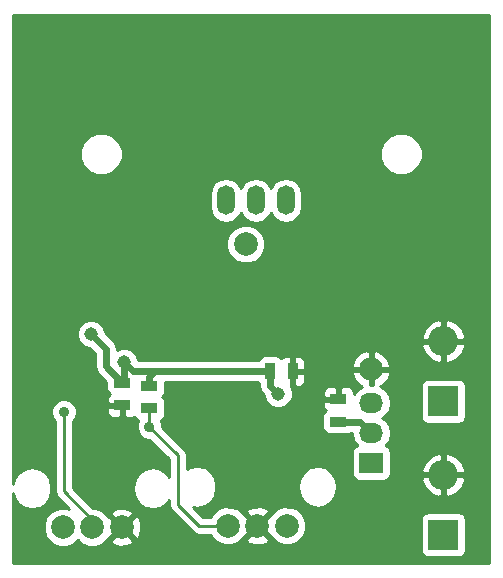
<source format=gbr>
G04 #@! TF.FileFunction,Copper,L2,Bot,Signal*
%FSLAX46Y46*%
G04 Gerber Fmt 4.6, Leading zero omitted, Abs format (unit mm)*
G04 Created by KiCad (PCBNEW 0.201502010101+5397~21~ubuntu14.04.1-product) date Tue 24 Feb 2015 10:52:37 PM EST*
%MOMM*%
G01*
G04 APERTURE LIST*
%ADD10C,0.100000*%
%ADD11R,1.397000X0.889000*%
%ADD12R,0.889000X1.397000*%
%ADD13O,1.501140X2.499360*%
%ADD14C,1.998980*%
%ADD15R,2.540000X2.540000*%
%ADD16O,2.540000X2.540000*%
%ADD17R,2.032000X1.727200*%
%ADD18O,2.032000X1.727200*%
%ADD19C,2.000000*%
%ADD20C,1.143000*%
%ADD21C,0.889000*%
%ADD22C,0.609600*%
%ADD23C,0.254000*%
G04 APERTURE END LIST*
D10*
D11*
X116078000Y-67627500D03*
X116078000Y-69532500D03*
X134366000Y-70929500D03*
X134366000Y-69024500D03*
D12*
X128587500Y-66675000D03*
X130492500Y-66675000D03*
D13*
X127381000Y-52197000D03*
X124841000Y-52197000D03*
X129921000Y-52197000D03*
D11*
X118364000Y-67881500D03*
X118364000Y-69786500D03*
D14*
X126522699Y-55910699D03*
X137129301Y-66517301D03*
D15*
X143256000Y-80518000D03*
D16*
X143256000Y-75438000D03*
D15*
X143256000Y-69215000D03*
D16*
X143256000Y-64135000D03*
D17*
X137160000Y-74422000D03*
D18*
X137160000Y-71882000D03*
X137160000Y-69342000D03*
D19*
X116038000Y-79883000D03*
X113538000Y-79883000D03*
X111038000Y-79883000D03*
X130008000Y-79756000D03*
X127508000Y-79756000D03*
X125008000Y-79756000D03*
D20*
X129286000Y-68580000D03*
X113411000Y-63500000D03*
X116205000Y-65913000D03*
X129286000Y-70485000D03*
X116205000Y-71247000D03*
X111506000Y-66040000D03*
X123571000Y-74295000D03*
D21*
X111125000Y-70104000D03*
X118364000Y-71374000D03*
D22*
X118364000Y-67881500D02*
X118364000Y-67183000D01*
X118364000Y-67183000D02*
X118872000Y-66675000D01*
X128587500Y-66675000D02*
X118872000Y-66675000D01*
X118872000Y-66675000D02*
X116967000Y-66675000D01*
X116967000Y-66675000D02*
X116205000Y-65913000D01*
X128587500Y-67881500D02*
X128587500Y-66675000D01*
X129286000Y-68580000D02*
X128587500Y-67881500D01*
X116078000Y-67627500D02*
X114681000Y-66230500D01*
X113411000Y-63500000D02*
X114681000Y-64770000D01*
X114681000Y-64770000D02*
X114681000Y-66230500D01*
X116205000Y-67500500D02*
X116205000Y-65913000D01*
X116205000Y-67500500D02*
X116078000Y-67627500D01*
X115824000Y-79669000D02*
X116038000Y-79883000D01*
X134366000Y-70929500D02*
X136207500Y-70929500D01*
X136207500Y-70929500D02*
X137160000Y-71882000D01*
D23*
X111125000Y-76835000D02*
X113538000Y-79248000D01*
X111125000Y-70104000D02*
X111125000Y-76835000D01*
X113538000Y-79248000D02*
X113538000Y-79883000D01*
X120777000Y-74930000D02*
X120777000Y-77978000D01*
X122555000Y-79756000D02*
X125008000Y-79756000D01*
X120777000Y-77978000D02*
X122555000Y-79756000D01*
X118364000Y-69786500D02*
X118364000Y-71374000D01*
X120777000Y-73787000D02*
X120777000Y-74930000D01*
X120777000Y-74930000D02*
X120777000Y-75057000D01*
X118364000Y-71374000D02*
X120777000Y-73787000D01*
G36*
X147143000Y-82881000D02*
X145173440Y-82881000D01*
X145173440Y-81788000D01*
X145173440Y-79248000D01*
X145173440Y-70485000D01*
X145173440Y-67945000D01*
X145126463Y-67702877D01*
X145113500Y-67683143D01*
X145113500Y-64557782D01*
X145113500Y-63712218D01*
X144810315Y-63033566D01*
X144270499Y-62522597D01*
X143678781Y-62277507D01*
X143383000Y-62393374D01*
X143383000Y-64008000D01*
X144998019Y-64008000D01*
X145113500Y-63712218D01*
X145113500Y-64557782D01*
X144998019Y-64262000D01*
X143383000Y-64262000D01*
X143383000Y-65876626D01*
X143678781Y-65992493D01*
X144270499Y-65747403D01*
X144810315Y-65236434D01*
X145113500Y-64557782D01*
X145113500Y-67683143D01*
X144986673Y-67490073D01*
X144775640Y-67347623D01*
X144526000Y-67297560D01*
X143129000Y-67297560D01*
X143129000Y-65876626D01*
X143129000Y-64262000D01*
X143129000Y-64008000D01*
X143129000Y-62393374D01*
X142833219Y-62277507D01*
X142241501Y-62522597D01*
X141701685Y-63033566D01*
X141491010Y-63505142D01*
X141491010Y-47905370D01*
X141218967Y-47246975D01*
X140715675Y-46742804D01*
X140057755Y-46469611D01*
X139345370Y-46468990D01*
X138686975Y-46741033D01*
X138182804Y-47244325D01*
X137909611Y-47902245D01*
X137908990Y-48614630D01*
X138181033Y-49273025D01*
X138684325Y-49777196D01*
X139342245Y-50050389D01*
X140054630Y-50051010D01*
X140713025Y-49778967D01*
X141217196Y-49275675D01*
X141490389Y-48617755D01*
X141491010Y-47905370D01*
X141491010Y-63505142D01*
X141398500Y-63712218D01*
X141513981Y-64008000D01*
X143129000Y-64008000D01*
X143129000Y-64262000D01*
X141513981Y-64262000D01*
X141398500Y-64557782D01*
X141701685Y-65236434D01*
X142241501Y-65747403D01*
X142833219Y-65992493D01*
X143129000Y-65876626D01*
X143129000Y-67297560D01*
X141986000Y-67297560D01*
X141743877Y-67344537D01*
X141531073Y-67484327D01*
X141388623Y-67695360D01*
X141338560Y-67945000D01*
X141338560Y-70485000D01*
X141385537Y-70727123D01*
X141525327Y-70939927D01*
X141736360Y-71082377D01*
X141986000Y-71132440D01*
X144526000Y-71132440D01*
X144768123Y-71085463D01*
X144980927Y-70945673D01*
X145123377Y-70734640D01*
X145173440Y-70485000D01*
X145173440Y-79248000D01*
X145126463Y-79005877D01*
X145113500Y-78986143D01*
X145113500Y-75860782D01*
X145113500Y-75015218D01*
X144810315Y-74336566D01*
X144270499Y-73825597D01*
X143678781Y-73580507D01*
X143383000Y-73696374D01*
X143383000Y-75311000D01*
X144998019Y-75311000D01*
X145113500Y-75015218D01*
X145113500Y-75860782D01*
X144998019Y-75565000D01*
X143383000Y-75565000D01*
X143383000Y-77179626D01*
X143678781Y-77295493D01*
X144270499Y-77050403D01*
X144810315Y-76539434D01*
X145113500Y-75860782D01*
X145113500Y-78986143D01*
X144986673Y-78793073D01*
X144775640Y-78650623D01*
X144526000Y-78600560D01*
X143129000Y-78600560D01*
X143129000Y-77179626D01*
X143129000Y-75565000D01*
X143129000Y-75311000D01*
X143129000Y-73696374D01*
X142833219Y-73580507D01*
X142241501Y-73825597D01*
X141701685Y-74336566D01*
X141398500Y-75015218D01*
X141513981Y-75311000D01*
X143129000Y-75311000D01*
X143129000Y-75565000D01*
X141513981Y-75565000D01*
X141398500Y-75860782D01*
X141701685Y-76539434D01*
X142241501Y-77050403D01*
X142833219Y-77295493D01*
X143129000Y-77179626D01*
X143129000Y-78600560D01*
X141986000Y-78600560D01*
X141743877Y-78647537D01*
X141531073Y-78787327D01*
X141388623Y-78998360D01*
X141338560Y-79248000D01*
X141338560Y-81788000D01*
X141385537Y-82030123D01*
X141525327Y-82242927D01*
X141736360Y-82385377D01*
X141986000Y-82435440D01*
X144526000Y-82435440D01*
X144768123Y-82388463D01*
X144980927Y-82248673D01*
X145123377Y-82037640D01*
X145173440Y-81788000D01*
X145173440Y-82881000D01*
X138843345Y-82881000D01*
X138843345Y-71882000D01*
X138729271Y-71308511D01*
X138404415Y-70822330D01*
X138089634Y-70612000D01*
X138404415Y-70401670D01*
X138729271Y-69915489D01*
X138843345Y-69342000D01*
X138729271Y-68768511D01*
X138404415Y-68282330D01*
X137918234Y-67957474D01*
X137912498Y-67956333D01*
X138105804Y-67867747D01*
X138548265Y-67391259D01*
X138750642Y-66902679D01*
X138750642Y-66131923D01*
X138479747Y-65540798D01*
X138003259Y-65098337D01*
X137514679Y-64895960D01*
X137256301Y-65014897D01*
X137256301Y-66390301D01*
X138631705Y-66390301D01*
X138750642Y-66131923D01*
X138750642Y-66902679D01*
X138631705Y-66644301D01*
X137256301Y-66644301D01*
X137256301Y-67843400D01*
X137002301Y-67843400D01*
X137002301Y-66644301D01*
X137002301Y-66390301D01*
X137002301Y-65014897D01*
X136743923Y-64895960D01*
X136152798Y-65166855D01*
X135710337Y-65643343D01*
X135507960Y-66131923D01*
X135626897Y-66390301D01*
X137002301Y-66390301D01*
X137002301Y-66644301D01*
X135626897Y-66644301D01*
X135507960Y-66902679D01*
X135778855Y-67493804D01*
X136255343Y-67936265D01*
X136365326Y-67981821D01*
X135915585Y-68282330D01*
X135699500Y-68605723D01*
X135699500Y-68453691D01*
X135602827Y-68220302D01*
X135424199Y-68041673D01*
X135190810Y-67945000D01*
X134938191Y-67945000D01*
X134651750Y-67945000D01*
X134493000Y-68103750D01*
X134493000Y-68897500D01*
X134513000Y-68897500D01*
X134513000Y-69151500D01*
X134493000Y-69151500D01*
X134493000Y-69171500D01*
X134239000Y-69171500D01*
X134239000Y-69151500D01*
X134239000Y-68897500D01*
X134239000Y-68103750D01*
X134080250Y-67945000D01*
X133793809Y-67945000D01*
X133541190Y-67945000D01*
X133307801Y-68041673D01*
X133129173Y-68220302D01*
X133032500Y-68453691D01*
X133032500Y-68738750D01*
X133191250Y-68897500D01*
X134239000Y-68897500D01*
X134239000Y-69151500D01*
X133191250Y-69151500D01*
X133032500Y-69310250D01*
X133032500Y-69595309D01*
X133129173Y-69828698D01*
X133280306Y-69979832D01*
X133212573Y-70024327D01*
X133070123Y-70235360D01*
X133020060Y-70485000D01*
X133020060Y-71374000D01*
X133067037Y-71616123D01*
X133206827Y-71828927D01*
X133417860Y-71971377D01*
X133667500Y-72021440D01*
X135064500Y-72021440D01*
X135306623Y-71974463D01*
X135466713Y-71869300D01*
X135479181Y-71869300D01*
X135476655Y-71882000D01*
X135590729Y-72455489D01*
X135915585Y-72941670D01*
X135931367Y-72952215D01*
X135901877Y-72957937D01*
X135689073Y-73097727D01*
X135546623Y-73308760D01*
X135496560Y-73558400D01*
X135496560Y-75285600D01*
X135543537Y-75527723D01*
X135683327Y-75740527D01*
X135894360Y-75882977D01*
X136144000Y-75933040D01*
X138176000Y-75933040D01*
X138418123Y-75886063D01*
X138630927Y-75746273D01*
X138773377Y-75535240D01*
X138823440Y-75285600D01*
X138823440Y-73558400D01*
X138776463Y-73316277D01*
X138636673Y-73103473D01*
X138425640Y-72961023D01*
X138387037Y-72953281D01*
X138404415Y-72941670D01*
X138729271Y-72455489D01*
X138843345Y-71882000D01*
X138843345Y-82881000D01*
X134243000Y-82881000D01*
X134243000Y-76589991D01*
X134243000Y-76322009D01*
X134118543Y-75696322D01*
X133764120Y-75165889D01*
X133233687Y-74811466D01*
X132608000Y-74687009D01*
X131982313Y-74811466D01*
X131572000Y-75085627D01*
X131572000Y-67499810D01*
X131572000Y-67247191D01*
X131572000Y-66960750D01*
X131572000Y-66389250D01*
X131572000Y-66102809D01*
X131572000Y-65850190D01*
X131475327Y-65616801D01*
X131306570Y-65448044D01*
X131306570Y-52733033D01*
X131306570Y-51660967D01*
X131201100Y-51130732D01*
X130900746Y-50681221D01*
X130451235Y-50380867D01*
X129921000Y-50275397D01*
X129390765Y-50380867D01*
X128941254Y-50681221D01*
X128651000Y-51115616D01*
X128360746Y-50681221D01*
X127911235Y-50380867D01*
X127381000Y-50275397D01*
X126850765Y-50380867D01*
X126401254Y-50681221D01*
X126111000Y-51115616D01*
X125820746Y-50681221D01*
X125371235Y-50380867D01*
X124841000Y-50275397D01*
X124310765Y-50380867D01*
X123861254Y-50681221D01*
X123560900Y-51130732D01*
X123455430Y-51660967D01*
X123455430Y-52733033D01*
X123560900Y-53263268D01*
X123861254Y-53712779D01*
X124310765Y-54013133D01*
X124841000Y-54118603D01*
X125371235Y-54013133D01*
X125820746Y-53712779D01*
X126111000Y-53278383D01*
X126401254Y-53712779D01*
X126850765Y-54013133D01*
X127381000Y-54118603D01*
X127911235Y-54013133D01*
X128360746Y-53712779D01*
X128651000Y-53278383D01*
X128941254Y-53712779D01*
X129390765Y-54013133D01*
X129921000Y-54118603D01*
X130451235Y-54013133D01*
X130900746Y-53712779D01*
X131201100Y-53263268D01*
X131306570Y-52733033D01*
X131306570Y-65448044D01*
X131296698Y-65438173D01*
X131063309Y-65341500D01*
X130778250Y-65341500D01*
X130619500Y-65500250D01*
X130619500Y-66548000D01*
X131413250Y-66548000D01*
X131572000Y-66389250D01*
X131572000Y-66960750D01*
X131413250Y-66802000D01*
X130619500Y-66802000D01*
X130619500Y-67849750D01*
X130778250Y-68008500D01*
X131063309Y-68008500D01*
X131296698Y-67911827D01*
X131475327Y-67733199D01*
X131572000Y-67499810D01*
X131572000Y-75085627D01*
X131451880Y-75165889D01*
X131097457Y-75696322D01*
X130973000Y-76322009D01*
X130973000Y-76589991D01*
X131097457Y-77215678D01*
X131451880Y-77746111D01*
X131982313Y-78100534D01*
X132608000Y-78224991D01*
X133233687Y-78100534D01*
X133764120Y-77746111D01*
X134118543Y-77215678D01*
X134243000Y-76589991D01*
X134243000Y-82881000D01*
X131643284Y-82881000D01*
X131643284Y-79432205D01*
X131394894Y-78831057D01*
X130935363Y-78370722D01*
X130492709Y-78186916D01*
X130492709Y-68341065D01*
X130311864Y-67903385D01*
X130365500Y-67849750D01*
X130365500Y-66802000D01*
X130345500Y-66802000D01*
X130345500Y-66548000D01*
X130365500Y-66548000D01*
X130365500Y-65500250D01*
X130206750Y-65341500D01*
X129921691Y-65341500D01*
X129688302Y-65438173D01*
X129537167Y-65589306D01*
X129492673Y-65521573D01*
X129281640Y-65379123D01*
X129032000Y-65329060D01*
X128157473Y-65329060D01*
X128157473Y-55587005D01*
X127909161Y-54986044D01*
X127449772Y-54525853D01*
X126849246Y-54276493D01*
X126199005Y-54275925D01*
X125598044Y-54524237D01*
X125137853Y-54983626D01*
X124888493Y-55584152D01*
X124887925Y-56234393D01*
X125136237Y-56835354D01*
X125595626Y-57295545D01*
X126196152Y-57544905D01*
X126846393Y-57545473D01*
X127447354Y-57297161D01*
X127907545Y-56837772D01*
X128156905Y-56237246D01*
X128157473Y-55587005D01*
X128157473Y-65329060D01*
X128143000Y-65329060D01*
X127900877Y-65376037D01*
X127688073Y-65515827D01*
X127545623Y-65726860D01*
X127543950Y-65735200D01*
X118872000Y-65735200D01*
X117411655Y-65735200D01*
X117411709Y-65674065D01*
X117228418Y-65230465D01*
X116889320Y-64890775D01*
X116446041Y-64706710D01*
X116091010Y-64706400D01*
X116091010Y-47905370D01*
X115818967Y-47246975D01*
X115315675Y-46742804D01*
X114657755Y-46469611D01*
X113945370Y-46468990D01*
X113286975Y-46741033D01*
X112782804Y-47244325D01*
X112509611Y-47902245D01*
X112508990Y-48614630D01*
X112781033Y-49273025D01*
X113284325Y-49777196D01*
X113942245Y-50050389D01*
X114654630Y-50051010D01*
X115313025Y-49778967D01*
X115817196Y-49275675D01*
X116090389Y-48617755D01*
X116091010Y-47905370D01*
X116091010Y-64706400D01*
X115966065Y-64706291D01*
X115620800Y-64848950D01*
X115620800Y-64770000D01*
X115549262Y-64410354D01*
X115345539Y-64105461D01*
X114617607Y-63377529D01*
X114617709Y-63261065D01*
X114434418Y-62817465D01*
X114095320Y-62477775D01*
X113652041Y-62293710D01*
X113172065Y-62293291D01*
X112728465Y-62476582D01*
X112388775Y-62815680D01*
X112204710Y-63258959D01*
X112204291Y-63738935D01*
X112387582Y-64182535D01*
X112726680Y-64522225D01*
X113169959Y-64706290D01*
X113288315Y-64706393D01*
X113741200Y-65159278D01*
X113741200Y-66230500D01*
X113812738Y-66590146D01*
X114016461Y-66895039D01*
X114732060Y-67610638D01*
X114732060Y-68072000D01*
X114779037Y-68314123D01*
X114918827Y-68526927D01*
X114992689Y-68576784D01*
X114841173Y-68728302D01*
X114744500Y-68961691D01*
X114744500Y-69246750D01*
X114903250Y-69405500D01*
X115951000Y-69405500D01*
X115951000Y-69385500D01*
X116205000Y-69385500D01*
X116205000Y-69405500D01*
X116225000Y-69405500D01*
X116225000Y-69659500D01*
X116205000Y-69659500D01*
X116205000Y-70453250D01*
X116363750Y-70612000D01*
X116650191Y-70612000D01*
X116902810Y-70612000D01*
X117102051Y-70529471D01*
X117204827Y-70685927D01*
X117415860Y-70828377D01*
X117421248Y-70829457D01*
X117284687Y-71158332D01*
X117284313Y-71587784D01*
X117448311Y-71984689D01*
X117751714Y-72288622D01*
X118148332Y-72453313D01*
X118365872Y-72453502D01*
X120015000Y-74102630D01*
X120015000Y-74930000D01*
X120015000Y-75057000D01*
X120015000Y-75623460D01*
X119794120Y-75292889D01*
X119263687Y-74938466D01*
X118638000Y-74814009D01*
X118012313Y-74938466D01*
X117481880Y-75292889D01*
X117127457Y-75823322D01*
X117003000Y-76449009D01*
X117003000Y-76716991D01*
X117127457Y-77342678D01*
X117481880Y-77873111D01*
X118012313Y-78227534D01*
X118638000Y-78351991D01*
X119263687Y-78227534D01*
X119794120Y-77873111D01*
X120015000Y-77542539D01*
X120015000Y-77978000D01*
X120073004Y-78269605D01*
X120238185Y-78516815D01*
X122016185Y-80294816D01*
X122164376Y-80393834D01*
X122263395Y-80459996D01*
X122263396Y-80459996D01*
X122555000Y-80518000D01*
X123553779Y-80518000D01*
X123621106Y-80680943D01*
X124080637Y-81141278D01*
X124681352Y-81390716D01*
X125331795Y-81391284D01*
X125932943Y-81142894D01*
X126349751Y-80726813D01*
X126355468Y-80728927D01*
X127328395Y-79756000D01*
X126355468Y-78783073D01*
X126349278Y-78785361D01*
X125935363Y-78370722D01*
X125334648Y-78121284D01*
X124684205Y-78120716D01*
X124083057Y-78369106D01*
X123622722Y-78828637D01*
X123554057Y-78994000D01*
X122870630Y-78994000D01*
X122025546Y-78148916D01*
X122408000Y-78224991D01*
X123033687Y-78100534D01*
X123564120Y-77746111D01*
X123918543Y-77215678D01*
X124043000Y-76589991D01*
X124043000Y-76322009D01*
X123918543Y-75696322D01*
X123564120Y-75165889D01*
X123033687Y-74811466D01*
X122408000Y-74687009D01*
X121782313Y-74811466D01*
X121539000Y-74974042D01*
X121539000Y-74930000D01*
X121539000Y-73787000D01*
X121480996Y-73495395D01*
X121315815Y-73248185D01*
X121315815Y-73248184D01*
X119443499Y-71375868D01*
X119443687Y-71160216D01*
X119307160Y-70829796D01*
X119517427Y-70691673D01*
X119659877Y-70480640D01*
X119709940Y-70231000D01*
X119709940Y-69342000D01*
X119662963Y-69099877D01*
X119523173Y-68887073D01*
X119444958Y-68834277D01*
X119517427Y-68786673D01*
X119659877Y-68575640D01*
X119709940Y-68326000D01*
X119709940Y-67614800D01*
X127542377Y-67614800D01*
X127542537Y-67615623D01*
X127647700Y-67775713D01*
X127647700Y-67881500D01*
X127719238Y-68241146D01*
X127922961Y-68546039D01*
X128079392Y-68702470D01*
X128079291Y-68818935D01*
X128262582Y-69262535D01*
X128601680Y-69602225D01*
X129044959Y-69786290D01*
X129524935Y-69786709D01*
X129968535Y-69603418D01*
X130308225Y-69264320D01*
X130492290Y-68821041D01*
X130492709Y-68341065D01*
X130492709Y-78186916D01*
X130334648Y-78121284D01*
X129684205Y-78120716D01*
X129083057Y-78369106D01*
X128666248Y-78785186D01*
X128660532Y-78783073D01*
X128480927Y-78962678D01*
X128480927Y-78603468D01*
X128382264Y-78336613D01*
X127772539Y-78110092D01*
X127122540Y-78134144D01*
X126633736Y-78336613D01*
X126535073Y-78603468D01*
X127508000Y-79576395D01*
X128480927Y-78603468D01*
X128480927Y-78962678D01*
X127687605Y-79756000D01*
X128660532Y-80728927D01*
X128666721Y-80726638D01*
X129080637Y-81141278D01*
X129681352Y-81390716D01*
X130331795Y-81391284D01*
X130932943Y-81142894D01*
X131393278Y-80683363D01*
X131642716Y-80082648D01*
X131643284Y-79432205D01*
X131643284Y-82881000D01*
X128480927Y-82881000D01*
X128480927Y-80908532D01*
X127508000Y-79935605D01*
X126535073Y-80908532D01*
X126633736Y-81175387D01*
X127243461Y-81401908D01*
X127893460Y-81377856D01*
X128382264Y-81175387D01*
X128480927Y-80908532D01*
X128480927Y-82881000D01*
X117683908Y-82881000D01*
X117683908Y-80147539D01*
X117659856Y-79497540D01*
X117457387Y-79008736D01*
X117190532Y-78910073D01*
X117010927Y-79089678D01*
X117010927Y-78730468D01*
X116912264Y-78463613D01*
X116302539Y-78237092D01*
X115951000Y-78250100D01*
X115951000Y-70453250D01*
X115951000Y-69659500D01*
X114903250Y-69659500D01*
X114744500Y-69818250D01*
X114744500Y-70103309D01*
X114841173Y-70336698D01*
X115019801Y-70515327D01*
X115253190Y-70612000D01*
X115505809Y-70612000D01*
X115792250Y-70612000D01*
X115951000Y-70453250D01*
X115951000Y-78250100D01*
X115652540Y-78261144D01*
X115163736Y-78463613D01*
X115065073Y-78730468D01*
X116038000Y-79703395D01*
X117010927Y-78730468D01*
X117010927Y-79089678D01*
X116217605Y-79883000D01*
X117190532Y-80855927D01*
X117457387Y-80757264D01*
X117683908Y-80147539D01*
X117683908Y-82881000D01*
X117010927Y-82881000D01*
X117010927Y-81035532D01*
X116038000Y-80062605D01*
X115858395Y-80242210D01*
X115858395Y-79883000D01*
X114885468Y-78910073D01*
X114879278Y-78912361D01*
X114465363Y-78497722D01*
X113864648Y-78248284D01*
X113615697Y-78248066D01*
X111887000Y-76519369D01*
X111887000Y-70868641D01*
X112039622Y-70716286D01*
X112204313Y-70319668D01*
X112204687Y-69890216D01*
X112040689Y-69493311D01*
X111737286Y-69189378D01*
X111340668Y-69024687D01*
X110911216Y-69024313D01*
X110514311Y-69188311D01*
X110210378Y-69491714D01*
X110045687Y-69888332D01*
X110045313Y-70317784D01*
X110209311Y-70714689D01*
X110363000Y-70868646D01*
X110363000Y-76835000D01*
X110421004Y-77126605D01*
X110586185Y-77373815D01*
X111528826Y-78316456D01*
X111364648Y-78248284D01*
X110714205Y-78247716D01*
X110113057Y-78496106D01*
X109652722Y-78955637D01*
X109403284Y-79556352D01*
X109402716Y-80206795D01*
X109651106Y-80807943D01*
X110110637Y-81268278D01*
X110711352Y-81517716D01*
X111361795Y-81518284D01*
X111962943Y-81269894D01*
X112288164Y-80945240D01*
X112610637Y-81268278D01*
X113211352Y-81517716D01*
X113861795Y-81518284D01*
X114462943Y-81269894D01*
X114879751Y-80853813D01*
X114885468Y-80855927D01*
X115858395Y-79883000D01*
X115858395Y-80242210D01*
X115065073Y-81035532D01*
X115163736Y-81302387D01*
X115773461Y-81528908D01*
X116423460Y-81504856D01*
X116912264Y-81302387D01*
X117010927Y-81035532D01*
X117010927Y-82881000D01*
X106857000Y-82881000D01*
X106857000Y-76988467D01*
X106927457Y-77342678D01*
X107281880Y-77873111D01*
X107812313Y-78227534D01*
X108438000Y-78351991D01*
X109063687Y-78227534D01*
X109594120Y-77873111D01*
X109948543Y-77342678D01*
X110073000Y-76716991D01*
X110073000Y-76449009D01*
X109948543Y-75823322D01*
X109594120Y-75292889D01*
X109063687Y-74938466D01*
X108438000Y-74814009D01*
X107812313Y-74938466D01*
X107281880Y-75292889D01*
X106927457Y-75823322D01*
X106857000Y-76177532D01*
X106857000Y-36499000D01*
X147143000Y-36499000D01*
X147143000Y-82881000D01*
X147143000Y-82881000D01*
G37*
X147143000Y-82881000D02*
X145173440Y-82881000D01*
X145173440Y-81788000D01*
X145173440Y-79248000D01*
X145173440Y-70485000D01*
X145173440Y-67945000D01*
X145126463Y-67702877D01*
X145113500Y-67683143D01*
X145113500Y-64557782D01*
X145113500Y-63712218D01*
X144810315Y-63033566D01*
X144270499Y-62522597D01*
X143678781Y-62277507D01*
X143383000Y-62393374D01*
X143383000Y-64008000D01*
X144998019Y-64008000D01*
X145113500Y-63712218D01*
X145113500Y-64557782D01*
X144998019Y-64262000D01*
X143383000Y-64262000D01*
X143383000Y-65876626D01*
X143678781Y-65992493D01*
X144270499Y-65747403D01*
X144810315Y-65236434D01*
X145113500Y-64557782D01*
X145113500Y-67683143D01*
X144986673Y-67490073D01*
X144775640Y-67347623D01*
X144526000Y-67297560D01*
X143129000Y-67297560D01*
X143129000Y-65876626D01*
X143129000Y-64262000D01*
X143129000Y-64008000D01*
X143129000Y-62393374D01*
X142833219Y-62277507D01*
X142241501Y-62522597D01*
X141701685Y-63033566D01*
X141491010Y-63505142D01*
X141491010Y-47905370D01*
X141218967Y-47246975D01*
X140715675Y-46742804D01*
X140057755Y-46469611D01*
X139345370Y-46468990D01*
X138686975Y-46741033D01*
X138182804Y-47244325D01*
X137909611Y-47902245D01*
X137908990Y-48614630D01*
X138181033Y-49273025D01*
X138684325Y-49777196D01*
X139342245Y-50050389D01*
X140054630Y-50051010D01*
X140713025Y-49778967D01*
X141217196Y-49275675D01*
X141490389Y-48617755D01*
X141491010Y-47905370D01*
X141491010Y-63505142D01*
X141398500Y-63712218D01*
X141513981Y-64008000D01*
X143129000Y-64008000D01*
X143129000Y-64262000D01*
X141513981Y-64262000D01*
X141398500Y-64557782D01*
X141701685Y-65236434D01*
X142241501Y-65747403D01*
X142833219Y-65992493D01*
X143129000Y-65876626D01*
X143129000Y-67297560D01*
X141986000Y-67297560D01*
X141743877Y-67344537D01*
X141531073Y-67484327D01*
X141388623Y-67695360D01*
X141338560Y-67945000D01*
X141338560Y-70485000D01*
X141385537Y-70727123D01*
X141525327Y-70939927D01*
X141736360Y-71082377D01*
X141986000Y-71132440D01*
X144526000Y-71132440D01*
X144768123Y-71085463D01*
X144980927Y-70945673D01*
X145123377Y-70734640D01*
X145173440Y-70485000D01*
X145173440Y-79248000D01*
X145126463Y-79005877D01*
X145113500Y-78986143D01*
X145113500Y-75860782D01*
X145113500Y-75015218D01*
X144810315Y-74336566D01*
X144270499Y-73825597D01*
X143678781Y-73580507D01*
X143383000Y-73696374D01*
X143383000Y-75311000D01*
X144998019Y-75311000D01*
X145113500Y-75015218D01*
X145113500Y-75860782D01*
X144998019Y-75565000D01*
X143383000Y-75565000D01*
X143383000Y-77179626D01*
X143678781Y-77295493D01*
X144270499Y-77050403D01*
X144810315Y-76539434D01*
X145113500Y-75860782D01*
X145113500Y-78986143D01*
X144986673Y-78793073D01*
X144775640Y-78650623D01*
X144526000Y-78600560D01*
X143129000Y-78600560D01*
X143129000Y-77179626D01*
X143129000Y-75565000D01*
X143129000Y-75311000D01*
X143129000Y-73696374D01*
X142833219Y-73580507D01*
X142241501Y-73825597D01*
X141701685Y-74336566D01*
X141398500Y-75015218D01*
X141513981Y-75311000D01*
X143129000Y-75311000D01*
X143129000Y-75565000D01*
X141513981Y-75565000D01*
X141398500Y-75860782D01*
X141701685Y-76539434D01*
X142241501Y-77050403D01*
X142833219Y-77295493D01*
X143129000Y-77179626D01*
X143129000Y-78600560D01*
X141986000Y-78600560D01*
X141743877Y-78647537D01*
X141531073Y-78787327D01*
X141388623Y-78998360D01*
X141338560Y-79248000D01*
X141338560Y-81788000D01*
X141385537Y-82030123D01*
X141525327Y-82242927D01*
X141736360Y-82385377D01*
X141986000Y-82435440D01*
X144526000Y-82435440D01*
X144768123Y-82388463D01*
X144980927Y-82248673D01*
X145123377Y-82037640D01*
X145173440Y-81788000D01*
X145173440Y-82881000D01*
X138843345Y-82881000D01*
X138843345Y-71882000D01*
X138729271Y-71308511D01*
X138404415Y-70822330D01*
X138089634Y-70612000D01*
X138404415Y-70401670D01*
X138729271Y-69915489D01*
X138843345Y-69342000D01*
X138729271Y-68768511D01*
X138404415Y-68282330D01*
X137918234Y-67957474D01*
X137912498Y-67956333D01*
X138105804Y-67867747D01*
X138548265Y-67391259D01*
X138750642Y-66902679D01*
X138750642Y-66131923D01*
X138479747Y-65540798D01*
X138003259Y-65098337D01*
X137514679Y-64895960D01*
X137256301Y-65014897D01*
X137256301Y-66390301D01*
X138631705Y-66390301D01*
X138750642Y-66131923D01*
X138750642Y-66902679D01*
X138631705Y-66644301D01*
X137256301Y-66644301D01*
X137256301Y-67843400D01*
X137002301Y-67843400D01*
X137002301Y-66644301D01*
X137002301Y-66390301D01*
X137002301Y-65014897D01*
X136743923Y-64895960D01*
X136152798Y-65166855D01*
X135710337Y-65643343D01*
X135507960Y-66131923D01*
X135626897Y-66390301D01*
X137002301Y-66390301D01*
X137002301Y-66644301D01*
X135626897Y-66644301D01*
X135507960Y-66902679D01*
X135778855Y-67493804D01*
X136255343Y-67936265D01*
X136365326Y-67981821D01*
X135915585Y-68282330D01*
X135699500Y-68605723D01*
X135699500Y-68453691D01*
X135602827Y-68220302D01*
X135424199Y-68041673D01*
X135190810Y-67945000D01*
X134938191Y-67945000D01*
X134651750Y-67945000D01*
X134493000Y-68103750D01*
X134493000Y-68897500D01*
X134513000Y-68897500D01*
X134513000Y-69151500D01*
X134493000Y-69151500D01*
X134493000Y-69171500D01*
X134239000Y-69171500D01*
X134239000Y-69151500D01*
X134239000Y-68897500D01*
X134239000Y-68103750D01*
X134080250Y-67945000D01*
X133793809Y-67945000D01*
X133541190Y-67945000D01*
X133307801Y-68041673D01*
X133129173Y-68220302D01*
X133032500Y-68453691D01*
X133032500Y-68738750D01*
X133191250Y-68897500D01*
X134239000Y-68897500D01*
X134239000Y-69151500D01*
X133191250Y-69151500D01*
X133032500Y-69310250D01*
X133032500Y-69595309D01*
X133129173Y-69828698D01*
X133280306Y-69979832D01*
X133212573Y-70024327D01*
X133070123Y-70235360D01*
X133020060Y-70485000D01*
X133020060Y-71374000D01*
X133067037Y-71616123D01*
X133206827Y-71828927D01*
X133417860Y-71971377D01*
X133667500Y-72021440D01*
X135064500Y-72021440D01*
X135306623Y-71974463D01*
X135466713Y-71869300D01*
X135479181Y-71869300D01*
X135476655Y-71882000D01*
X135590729Y-72455489D01*
X135915585Y-72941670D01*
X135931367Y-72952215D01*
X135901877Y-72957937D01*
X135689073Y-73097727D01*
X135546623Y-73308760D01*
X135496560Y-73558400D01*
X135496560Y-75285600D01*
X135543537Y-75527723D01*
X135683327Y-75740527D01*
X135894360Y-75882977D01*
X136144000Y-75933040D01*
X138176000Y-75933040D01*
X138418123Y-75886063D01*
X138630927Y-75746273D01*
X138773377Y-75535240D01*
X138823440Y-75285600D01*
X138823440Y-73558400D01*
X138776463Y-73316277D01*
X138636673Y-73103473D01*
X138425640Y-72961023D01*
X138387037Y-72953281D01*
X138404415Y-72941670D01*
X138729271Y-72455489D01*
X138843345Y-71882000D01*
X138843345Y-82881000D01*
X134243000Y-82881000D01*
X134243000Y-76589991D01*
X134243000Y-76322009D01*
X134118543Y-75696322D01*
X133764120Y-75165889D01*
X133233687Y-74811466D01*
X132608000Y-74687009D01*
X131982313Y-74811466D01*
X131572000Y-75085627D01*
X131572000Y-67499810D01*
X131572000Y-67247191D01*
X131572000Y-66960750D01*
X131572000Y-66389250D01*
X131572000Y-66102809D01*
X131572000Y-65850190D01*
X131475327Y-65616801D01*
X131306570Y-65448044D01*
X131306570Y-52733033D01*
X131306570Y-51660967D01*
X131201100Y-51130732D01*
X130900746Y-50681221D01*
X130451235Y-50380867D01*
X129921000Y-50275397D01*
X129390765Y-50380867D01*
X128941254Y-50681221D01*
X128651000Y-51115616D01*
X128360746Y-50681221D01*
X127911235Y-50380867D01*
X127381000Y-50275397D01*
X126850765Y-50380867D01*
X126401254Y-50681221D01*
X126111000Y-51115616D01*
X125820746Y-50681221D01*
X125371235Y-50380867D01*
X124841000Y-50275397D01*
X124310765Y-50380867D01*
X123861254Y-50681221D01*
X123560900Y-51130732D01*
X123455430Y-51660967D01*
X123455430Y-52733033D01*
X123560900Y-53263268D01*
X123861254Y-53712779D01*
X124310765Y-54013133D01*
X124841000Y-54118603D01*
X125371235Y-54013133D01*
X125820746Y-53712779D01*
X126111000Y-53278383D01*
X126401254Y-53712779D01*
X126850765Y-54013133D01*
X127381000Y-54118603D01*
X127911235Y-54013133D01*
X128360746Y-53712779D01*
X128651000Y-53278383D01*
X128941254Y-53712779D01*
X129390765Y-54013133D01*
X129921000Y-54118603D01*
X130451235Y-54013133D01*
X130900746Y-53712779D01*
X131201100Y-53263268D01*
X131306570Y-52733033D01*
X131306570Y-65448044D01*
X131296698Y-65438173D01*
X131063309Y-65341500D01*
X130778250Y-65341500D01*
X130619500Y-65500250D01*
X130619500Y-66548000D01*
X131413250Y-66548000D01*
X131572000Y-66389250D01*
X131572000Y-66960750D01*
X131413250Y-66802000D01*
X130619500Y-66802000D01*
X130619500Y-67849750D01*
X130778250Y-68008500D01*
X131063309Y-68008500D01*
X131296698Y-67911827D01*
X131475327Y-67733199D01*
X131572000Y-67499810D01*
X131572000Y-75085627D01*
X131451880Y-75165889D01*
X131097457Y-75696322D01*
X130973000Y-76322009D01*
X130973000Y-76589991D01*
X131097457Y-77215678D01*
X131451880Y-77746111D01*
X131982313Y-78100534D01*
X132608000Y-78224991D01*
X133233687Y-78100534D01*
X133764120Y-77746111D01*
X134118543Y-77215678D01*
X134243000Y-76589991D01*
X134243000Y-82881000D01*
X131643284Y-82881000D01*
X131643284Y-79432205D01*
X131394894Y-78831057D01*
X130935363Y-78370722D01*
X130492709Y-78186916D01*
X130492709Y-68341065D01*
X130311864Y-67903385D01*
X130365500Y-67849750D01*
X130365500Y-66802000D01*
X130345500Y-66802000D01*
X130345500Y-66548000D01*
X130365500Y-66548000D01*
X130365500Y-65500250D01*
X130206750Y-65341500D01*
X129921691Y-65341500D01*
X129688302Y-65438173D01*
X129537167Y-65589306D01*
X129492673Y-65521573D01*
X129281640Y-65379123D01*
X129032000Y-65329060D01*
X128157473Y-65329060D01*
X128157473Y-55587005D01*
X127909161Y-54986044D01*
X127449772Y-54525853D01*
X126849246Y-54276493D01*
X126199005Y-54275925D01*
X125598044Y-54524237D01*
X125137853Y-54983626D01*
X124888493Y-55584152D01*
X124887925Y-56234393D01*
X125136237Y-56835354D01*
X125595626Y-57295545D01*
X126196152Y-57544905D01*
X126846393Y-57545473D01*
X127447354Y-57297161D01*
X127907545Y-56837772D01*
X128156905Y-56237246D01*
X128157473Y-55587005D01*
X128157473Y-65329060D01*
X128143000Y-65329060D01*
X127900877Y-65376037D01*
X127688073Y-65515827D01*
X127545623Y-65726860D01*
X127543950Y-65735200D01*
X118872000Y-65735200D01*
X117411655Y-65735200D01*
X117411709Y-65674065D01*
X117228418Y-65230465D01*
X116889320Y-64890775D01*
X116446041Y-64706710D01*
X116091010Y-64706400D01*
X116091010Y-47905370D01*
X115818967Y-47246975D01*
X115315675Y-46742804D01*
X114657755Y-46469611D01*
X113945370Y-46468990D01*
X113286975Y-46741033D01*
X112782804Y-47244325D01*
X112509611Y-47902245D01*
X112508990Y-48614630D01*
X112781033Y-49273025D01*
X113284325Y-49777196D01*
X113942245Y-50050389D01*
X114654630Y-50051010D01*
X115313025Y-49778967D01*
X115817196Y-49275675D01*
X116090389Y-48617755D01*
X116091010Y-47905370D01*
X116091010Y-64706400D01*
X115966065Y-64706291D01*
X115620800Y-64848950D01*
X115620800Y-64770000D01*
X115549262Y-64410354D01*
X115345539Y-64105461D01*
X114617607Y-63377529D01*
X114617709Y-63261065D01*
X114434418Y-62817465D01*
X114095320Y-62477775D01*
X113652041Y-62293710D01*
X113172065Y-62293291D01*
X112728465Y-62476582D01*
X112388775Y-62815680D01*
X112204710Y-63258959D01*
X112204291Y-63738935D01*
X112387582Y-64182535D01*
X112726680Y-64522225D01*
X113169959Y-64706290D01*
X113288315Y-64706393D01*
X113741200Y-65159278D01*
X113741200Y-66230500D01*
X113812738Y-66590146D01*
X114016461Y-66895039D01*
X114732060Y-67610638D01*
X114732060Y-68072000D01*
X114779037Y-68314123D01*
X114918827Y-68526927D01*
X114992689Y-68576784D01*
X114841173Y-68728302D01*
X114744500Y-68961691D01*
X114744500Y-69246750D01*
X114903250Y-69405500D01*
X115951000Y-69405500D01*
X115951000Y-69385500D01*
X116205000Y-69385500D01*
X116205000Y-69405500D01*
X116225000Y-69405500D01*
X116225000Y-69659500D01*
X116205000Y-69659500D01*
X116205000Y-70453250D01*
X116363750Y-70612000D01*
X116650191Y-70612000D01*
X116902810Y-70612000D01*
X117102051Y-70529471D01*
X117204827Y-70685927D01*
X117415860Y-70828377D01*
X117421248Y-70829457D01*
X117284687Y-71158332D01*
X117284313Y-71587784D01*
X117448311Y-71984689D01*
X117751714Y-72288622D01*
X118148332Y-72453313D01*
X118365872Y-72453502D01*
X120015000Y-74102630D01*
X120015000Y-74930000D01*
X120015000Y-75057000D01*
X120015000Y-75623460D01*
X119794120Y-75292889D01*
X119263687Y-74938466D01*
X118638000Y-74814009D01*
X118012313Y-74938466D01*
X117481880Y-75292889D01*
X117127457Y-75823322D01*
X117003000Y-76449009D01*
X117003000Y-76716991D01*
X117127457Y-77342678D01*
X117481880Y-77873111D01*
X118012313Y-78227534D01*
X118638000Y-78351991D01*
X119263687Y-78227534D01*
X119794120Y-77873111D01*
X120015000Y-77542539D01*
X120015000Y-77978000D01*
X120073004Y-78269605D01*
X120238185Y-78516815D01*
X122016185Y-80294816D01*
X122164376Y-80393834D01*
X122263395Y-80459996D01*
X122263396Y-80459996D01*
X122555000Y-80518000D01*
X123553779Y-80518000D01*
X123621106Y-80680943D01*
X124080637Y-81141278D01*
X124681352Y-81390716D01*
X125331795Y-81391284D01*
X125932943Y-81142894D01*
X126349751Y-80726813D01*
X126355468Y-80728927D01*
X127328395Y-79756000D01*
X126355468Y-78783073D01*
X126349278Y-78785361D01*
X125935363Y-78370722D01*
X125334648Y-78121284D01*
X124684205Y-78120716D01*
X124083057Y-78369106D01*
X123622722Y-78828637D01*
X123554057Y-78994000D01*
X122870630Y-78994000D01*
X122025546Y-78148916D01*
X122408000Y-78224991D01*
X123033687Y-78100534D01*
X123564120Y-77746111D01*
X123918543Y-77215678D01*
X124043000Y-76589991D01*
X124043000Y-76322009D01*
X123918543Y-75696322D01*
X123564120Y-75165889D01*
X123033687Y-74811466D01*
X122408000Y-74687009D01*
X121782313Y-74811466D01*
X121539000Y-74974042D01*
X121539000Y-74930000D01*
X121539000Y-73787000D01*
X121480996Y-73495395D01*
X121315815Y-73248185D01*
X121315815Y-73248184D01*
X119443499Y-71375868D01*
X119443687Y-71160216D01*
X119307160Y-70829796D01*
X119517427Y-70691673D01*
X119659877Y-70480640D01*
X119709940Y-70231000D01*
X119709940Y-69342000D01*
X119662963Y-69099877D01*
X119523173Y-68887073D01*
X119444958Y-68834277D01*
X119517427Y-68786673D01*
X119659877Y-68575640D01*
X119709940Y-68326000D01*
X119709940Y-67614800D01*
X127542377Y-67614800D01*
X127542537Y-67615623D01*
X127647700Y-67775713D01*
X127647700Y-67881500D01*
X127719238Y-68241146D01*
X127922961Y-68546039D01*
X128079392Y-68702470D01*
X128079291Y-68818935D01*
X128262582Y-69262535D01*
X128601680Y-69602225D01*
X129044959Y-69786290D01*
X129524935Y-69786709D01*
X129968535Y-69603418D01*
X130308225Y-69264320D01*
X130492290Y-68821041D01*
X130492709Y-68341065D01*
X130492709Y-78186916D01*
X130334648Y-78121284D01*
X129684205Y-78120716D01*
X129083057Y-78369106D01*
X128666248Y-78785186D01*
X128660532Y-78783073D01*
X128480927Y-78962678D01*
X128480927Y-78603468D01*
X128382264Y-78336613D01*
X127772539Y-78110092D01*
X127122540Y-78134144D01*
X126633736Y-78336613D01*
X126535073Y-78603468D01*
X127508000Y-79576395D01*
X128480927Y-78603468D01*
X128480927Y-78962678D01*
X127687605Y-79756000D01*
X128660532Y-80728927D01*
X128666721Y-80726638D01*
X129080637Y-81141278D01*
X129681352Y-81390716D01*
X130331795Y-81391284D01*
X130932943Y-81142894D01*
X131393278Y-80683363D01*
X131642716Y-80082648D01*
X131643284Y-79432205D01*
X131643284Y-82881000D01*
X128480927Y-82881000D01*
X128480927Y-80908532D01*
X127508000Y-79935605D01*
X126535073Y-80908532D01*
X126633736Y-81175387D01*
X127243461Y-81401908D01*
X127893460Y-81377856D01*
X128382264Y-81175387D01*
X128480927Y-80908532D01*
X128480927Y-82881000D01*
X117683908Y-82881000D01*
X117683908Y-80147539D01*
X117659856Y-79497540D01*
X117457387Y-79008736D01*
X117190532Y-78910073D01*
X117010927Y-79089678D01*
X117010927Y-78730468D01*
X116912264Y-78463613D01*
X116302539Y-78237092D01*
X115951000Y-78250100D01*
X115951000Y-70453250D01*
X115951000Y-69659500D01*
X114903250Y-69659500D01*
X114744500Y-69818250D01*
X114744500Y-70103309D01*
X114841173Y-70336698D01*
X115019801Y-70515327D01*
X115253190Y-70612000D01*
X115505809Y-70612000D01*
X115792250Y-70612000D01*
X115951000Y-70453250D01*
X115951000Y-78250100D01*
X115652540Y-78261144D01*
X115163736Y-78463613D01*
X115065073Y-78730468D01*
X116038000Y-79703395D01*
X117010927Y-78730468D01*
X117010927Y-79089678D01*
X116217605Y-79883000D01*
X117190532Y-80855927D01*
X117457387Y-80757264D01*
X117683908Y-80147539D01*
X117683908Y-82881000D01*
X117010927Y-82881000D01*
X117010927Y-81035532D01*
X116038000Y-80062605D01*
X115858395Y-80242210D01*
X115858395Y-79883000D01*
X114885468Y-78910073D01*
X114879278Y-78912361D01*
X114465363Y-78497722D01*
X113864648Y-78248284D01*
X113615697Y-78248066D01*
X111887000Y-76519369D01*
X111887000Y-70868641D01*
X112039622Y-70716286D01*
X112204313Y-70319668D01*
X112204687Y-69890216D01*
X112040689Y-69493311D01*
X111737286Y-69189378D01*
X111340668Y-69024687D01*
X110911216Y-69024313D01*
X110514311Y-69188311D01*
X110210378Y-69491714D01*
X110045687Y-69888332D01*
X110045313Y-70317784D01*
X110209311Y-70714689D01*
X110363000Y-70868646D01*
X110363000Y-76835000D01*
X110421004Y-77126605D01*
X110586185Y-77373815D01*
X111528826Y-78316456D01*
X111364648Y-78248284D01*
X110714205Y-78247716D01*
X110113057Y-78496106D01*
X109652722Y-78955637D01*
X109403284Y-79556352D01*
X109402716Y-80206795D01*
X109651106Y-80807943D01*
X110110637Y-81268278D01*
X110711352Y-81517716D01*
X111361795Y-81518284D01*
X111962943Y-81269894D01*
X112288164Y-80945240D01*
X112610637Y-81268278D01*
X113211352Y-81517716D01*
X113861795Y-81518284D01*
X114462943Y-81269894D01*
X114879751Y-80853813D01*
X114885468Y-80855927D01*
X115858395Y-79883000D01*
X115858395Y-80242210D01*
X115065073Y-81035532D01*
X115163736Y-81302387D01*
X115773461Y-81528908D01*
X116423460Y-81504856D01*
X116912264Y-81302387D01*
X117010927Y-81035532D01*
X117010927Y-82881000D01*
X106857000Y-82881000D01*
X106857000Y-76988467D01*
X106927457Y-77342678D01*
X107281880Y-77873111D01*
X107812313Y-78227534D01*
X108438000Y-78351991D01*
X109063687Y-78227534D01*
X109594120Y-77873111D01*
X109948543Y-77342678D01*
X110073000Y-76716991D01*
X110073000Y-76449009D01*
X109948543Y-75823322D01*
X109594120Y-75292889D01*
X109063687Y-74938466D01*
X108438000Y-74814009D01*
X107812313Y-74938466D01*
X107281880Y-75292889D01*
X106927457Y-75823322D01*
X106857000Y-76177532D01*
X106857000Y-36499000D01*
X147143000Y-36499000D01*
X147143000Y-82881000D01*
M02*

</source>
